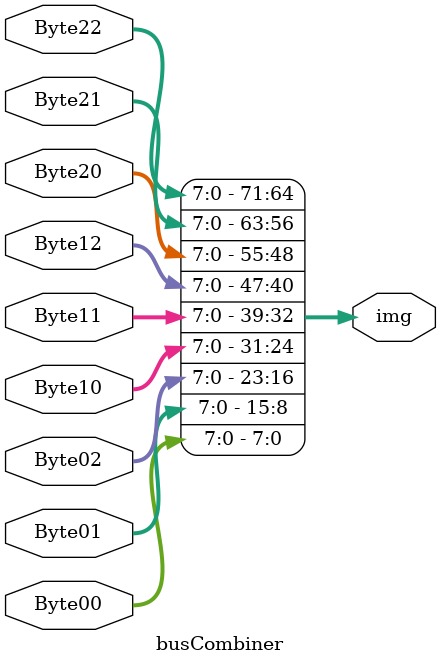
<source format=v>
module busCombiner(
input  [7:0]	Byte00,
input  [7:0]	Byte01,
input  [7:0]	Byte02,
input  [7:0]	Byte10,
input  [7:0]	Byte11,
input  [7:0]	Byte12,
input  [7:0]	Byte20,
input  [7:0]	Byte21,
input  [7:0]	Byte22,
output [71:0]	img
);

assign {img[7:0], img[15:8], img[23:16], img[31:24], img[39:32], img[47:40], img[55:48], img[63:56], img[71:64]} = {Byte00, Byte01, Byte02, Byte10, Byte11, Byte12, Byte20, Byte21, Byte22};

endmodule

</source>
